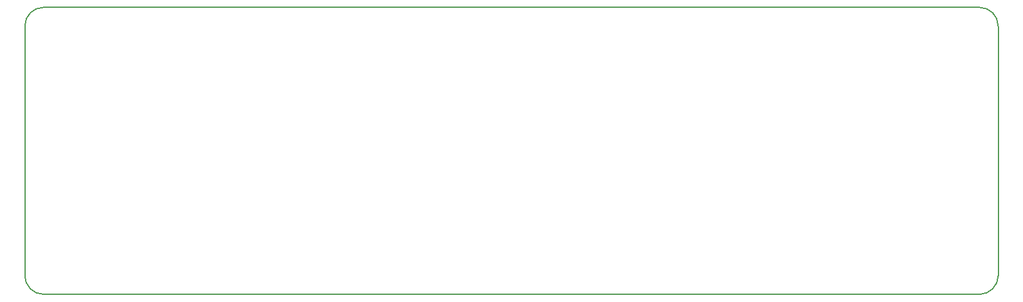
<source format=gko>
G04*
G04 #@! TF.GenerationSoftware,Altium Limited,Altium Designer,22.3.1 (43)*
G04*
G04 Layer_Color=16711935*
%FSLAX25Y25*%
%MOIN*%
G70*
G04*
G04 #@! TF.SameCoordinates,EA674111-52F9-450F-9133-BA455BD730D8*
G04*
G04*
G04 #@! TF.FilePolarity,Positive*
G04*
G01*
G75*
%ADD25C,0.00500*%
D25*
X140500Y240000D02*
G03*
X130000Y229500I0J-10500D01*
G01*
X673000D02*
G03*
X662500Y240000I-10500J0D01*
G01*
Y80000D02*
G03*
X673000Y90500I0J10500D01*
G01*
X130000D02*
G03*
X140500Y80000I10500J0D01*
G01*
X130000Y90500D02*
Y229500D01*
X140500Y240000D02*
X662500D01*
X673000Y90500D02*
Y229500D01*
X140500Y80000D02*
X662500D01*
M02*

</source>
